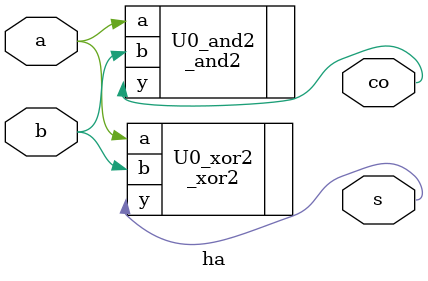
<source format=v>
module ha(a,b,s,co);
input a,b;           //input data
output s,co;			//output sum, carry out

_xor2 U0_xor2(.a(a),.b(b),.y(s));		//_xor2 instance
_and2 U0_and2(.a(a),.b(b),.y(co));		//_and2 instance
endmodule

</source>
